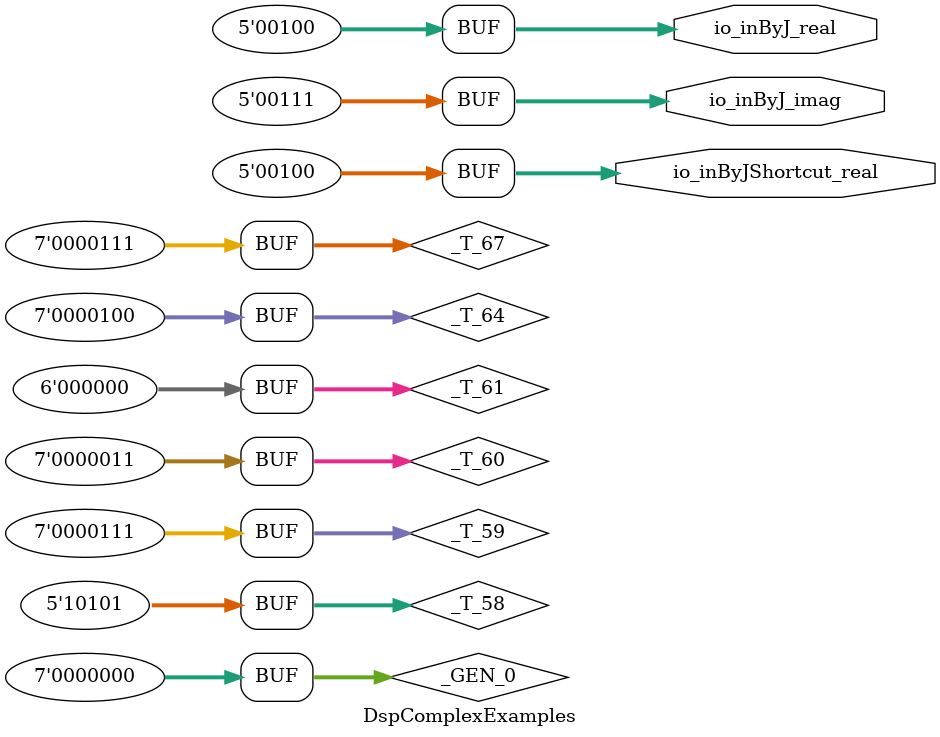
<source format=v>
module DspComplexExamples(
  output [4:0] io_inByJ_real,
  output [4:0] io_inByJ_imag,
  output [4:0] io_inByJShortcut_real
);
  wire [4:0] _T_58 = -5'sh4 - 5'sh7; // @[SIntTypeClass.scala 28:50]
  wire [6:0] _T_59 = 5'sh7 * 2'sh1; // @[SIntTypeClass.scala 44:41]
  wire [6:0] _T_60 = 5'sh3 * 2'sh1; // @[SIntTypeClass.scala 44:41]
  wire [5:0] _T_61 = $signed(_T_58) * 1'sh0; // @[SIntTypeClass.scala 44:41]
  wire [6:0] _T_64 = $signed(_T_59) - $signed(_T_60); // @[SIntTypeClass.scala 28:50]
  wire [6:0] _GEN_0 = {{1{_T_61[5]}},_T_61}; // @[SIntTypeClass.scala 18:40]
  wire [6:0] _T_67 = $signed(_T_59) + $signed(_GEN_0); // @[SIntTypeClass.scala 18:40]
  assign io_inByJ_real = _T_64[4:0]; // @[DspComplexSpec.scala 20:12]
  assign io_inByJ_imag = _T_67[4:0]; // @[DspComplexSpec.scala 20:12]
  assign io_inByJShortcut_real = 5'sh0 - -5'sh4; // @[SIntTypeClass.scala 38:5]
endmodule
module DspComplexExamplesTester(
  input   clock,
  input   reset
);
  wire [4:0] dut_io_inByJ_real; // @[DspComplexSpec.scala 25:19]
  wire [4:0] dut_io_inByJ_imag; // @[DspComplexSpec.scala 25:19]
  wire [4:0] dut_io_inByJShortcut_real; // @[DspComplexSpec.scala 25:19]
  wire  _T_6 = ~reset; // @[DspComplexSpec.scala 30:9]
  DspComplexExamples dut ( // @[DspComplexSpec.scala 25:19]
    .io_inByJ_real(dut_io_inByJ_real),
    .io_inByJ_imag(dut_io_inByJ_imag),
    .io_inByJShortcut_real(dut_io_inByJShortcut_real)
  );
  always @(posedge clock) begin
    `ifndef SYNTHESIS
    `ifdef PRINTF_COND
      if (`PRINTF_COND) begin
    `endif
        if (~reset) begin
          $fwrite(32'h80000002,"inByJ.real: %d\n",dut_io_inByJ_real); // @[DspComplexSpec.scala 30:9]
        end
    `ifdef PRINTF_COND
      end
    `endif
    `endif // SYNTHESIS
    `ifndef SYNTHESIS
    `ifdef PRINTF_COND
      if (`PRINTF_COND) begin
    `endif
        if (_T_6) begin
          $fwrite(32'h80000002,"inByJ.imag: %d\n",dut_io_inByJ_imag); // @[DspComplexSpec.scala 31:9]
        end
    `ifdef PRINTF_COND
      end
    `endif
    `endif // SYNTHESIS
    `ifndef SYNTHESIS
    `ifdef PRINTF_COND
      if (`PRINTF_COND) begin
    `endif
        if (_T_6) begin
          $fwrite(32'h80000002,"inByJShortcut.real: %d\n",dut_io_inByJShortcut_real); // @[DspComplexSpec.scala 33:9]
        end
    `ifdef PRINTF_COND
      end
    `endif
    `endif // SYNTHESIS
    `ifndef SYNTHESIS
    `ifdef PRINTF_COND
      if (`PRINTF_COND) begin
    `endif
        if (_T_6) begin
          $fwrite(32'h80000002,"inByJShortcut.imag: %d\n",5'sh7); // @[DspComplexSpec.scala 34:9]
        end
    `ifdef PRINTF_COND
      end
    `endif
    `endif // SYNTHESIS
    `ifndef SYNTHESIS
    `ifdef PRINTF_COND
      if (`PRINTF_COND) begin
    `endif
        if (~($signed(dut_io_inByJ_real) == 5'sh4 | reset)) begin
          $fwrite(32'h80000002,"Assertion failed\n    at DspComplexSpec.scala:39 assert(dut.io.inByJ.real === 4.S)\n"); // @[DspComplexSpec.scala 39:9]
        end
    `ifdef PRINTF_COND
      end
    `endif
    `endif // SYNTHESIS
    `ifndef SYNTHESIS
    `ifdef STOP_COND
      if (`STOP_COND) begin
    `endif
        if (~($signed(dut_io_inByJ_real) == 5'sh4 | reset)) begin
          $fatal; // @[DspComplexSpec.scala 39:9]
        end
    `ifdef STOP_COND
      end
    `endif
    `endif // SYNTHESIS
    `ifndef SYNTHESIS
    `ifdef PRINTF_COND
      if (`PRINTF_COND) begin
    `endif
        if (~($signed(dut_io_inByJ_imag) == 5'sh7 | reset)) begin
          $fwrite(32'h80000002,"Assertion failed\n    at DspComplexSpec.scala:40 assert(dut.io.inByJ.imag === 7.S)\n"); // @[DspComplexSpec.scala 40:9]
        end
    `ifdef PRINTF_COND
      end
    `endif
    `endif // SYNTHESIS
    `ifndef SYNTHESIS
    `ifdef STOP_COND
      if (`STOP_COND) begin
    `endif
        if (~($signed(dut_io_inByJ_imag) == 5'sh7 | reset)) begin
          $fatal; // @[DspComplexSpec.scala 40:9]
        end
    `ifdef STOP_COND
      end
    `endif
    `endif // SYNTHESIS
    `ifndef SYNTHESIS
    `ifdef PRINTF_COND
      if (`PRINTF_COND) begin
    `endif
        if (~($signed(dut_io_inByJShortcut_real) == 5'sh4 | reset)) begin
          $fwrite(32'h80000002,
            "Assertion failed\n    at DspComplexSpec.scala:42 assert(dut.io.inByJShortcut.real === 4.S)\n"); // @[DspComplexSpec.scala 42:9]
        end
    `ifdef PRINTF_COND
      end
    `endif
    `endif // SYNTHESIS
    `ifndef SYNTHESIS
    `ifdef STOP_COND
      if (`STOP_COND) begin
    `endif
        if (~($signed(dut_io_inByJShortcut_real) == 5'sh4 | reset)) begin
          $fatal; // @[DspComplexSpec.scala 42:9]
        end
    `ifdef STOP_COND
      end
    `endif
    `endif // SYNTHESIS
    `ifndef SYNTHESIS
    `ifdef STOP_COND
      if (`STOP_COND) begin
    `endif
        if (_T_6) begin
          $finish; // @[DspComplexSpec.scala 45:7]
        end
    `ifdef STOP_COND
      end
    `endif
    `endif // SYNTHESIS
  end
endmodule

</source>
